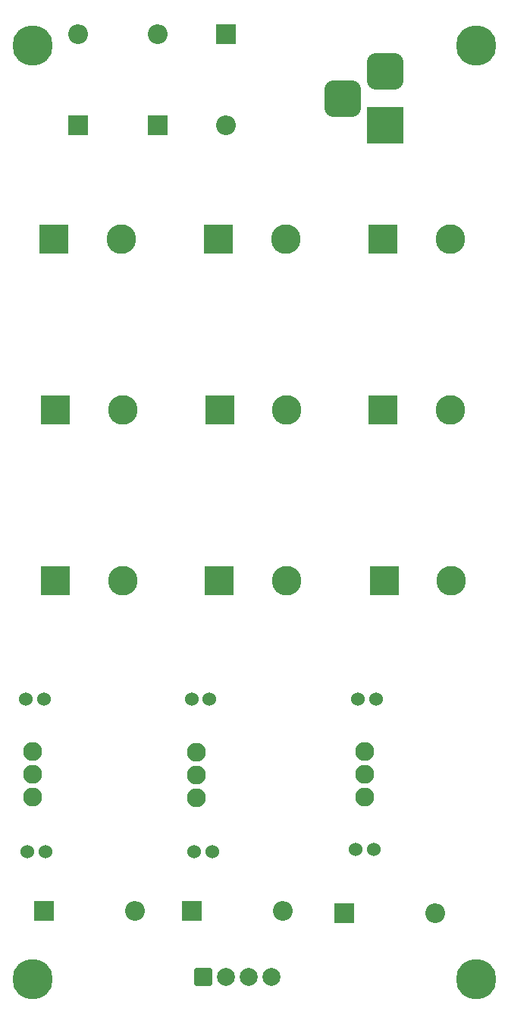
<source format=gbr>
%TF.GenerationSoftware,KiCad,Pcbnew,9.0.1*%
%TF.CreationDate,2025-05-14T12:06:16-07:00*%
%TF.ProjectId,SynthPowerSupply,53796e74-6850-46f7-9765-72537570706c,rev?*%
%TF.SameCoordinates,Original*%
%TF.FileFunction,Soldermask,Top*%
%TF.FilePolarity,Negative*%
%FSLAX46Y46*%
G04 Gerber Fmt 4.6, Leading zero omitted, Abs format (unit mm)*
G04 Created by KiCad (PCBNEW 9.0.1) date 2025-05-14 12:06:16*
%MOMM*%
%LPD*%
G01*
G04 APERTURE LIST*
G04 Aperture macros list*
%AMRoundRect*
0 Rectangle with rounded corners*
0 $1 Rounding radius*
0 $2 $3 $4 $5 $6 $7 $8 $9 X,Y pos of 4 corners*
0 Add a 4 corners polygon primitive as box body*
4,1,4,$2,$3,$4,$5,$6,$7,$8,$9,$2,$3,0*
0 Add four circle primitives for the rounded corners*
1,1,$1+$1,$2,$3*
1,1,$1+$1,$4,$5*
1,1,$1+$1,$6,$7*
1,1,$1+$1,$8,$9*
0 Add four rect primitives between the rounded corners*
20,1,$1+$1,$2,$3,$4,$5,0*
20,1,$1+$1,$4,$5,$6,$7,0*
20,1,$1+$1,$6,$7,$8,$9,0*
20,1,$1+$1,$8,$9,$2,$3,0*%
G04 Aperture macros list end*
%ADD10R,2.200000X2.200000*%
%ADD11O,2.200000X2.200000*%
%ADD12C,1.524000*%
%ADD13R,3.302000X3.302000*%
%ADD14C,3.302000*%
%ADD15C,3.100000*%
%ADD16C,4.500000*%
%ADD17C,2.108200*%
%ADD18R,4.064000X4.064000*%
%ADD19RoundRect,1.016000X-1.016000X1.016000X-1.016000X-1.016000X1.016000X-1.016000X1.016000X1.016000X0*%
%ADD20RoundRect,0.250000X-0.750000X-0.750000X0.750000X-0.750000X0.750000X0.750000X-0.750000X0.750000X0*%
%ADD21C,2.000000*%
G04 APERTURE END LIST*
D10*
%TO.C,D4*%
X64008000Y-120904000D03*
D11*
X74168000Y-120904000D03*
%TD*%
D10*
%TO.C,D2*%
X50800000Y-22860000D03*
D11*
X50800000Y-33020000D03*
%TD*%
D12*
%TO.C,C7*%
X28491401Y-97028000D03*
X30491401Y-97028000D03*
%TD*%
D13*
%TO.C,C6*%
X68402755Y-45720000D03*
D14*
X75902755Y-45720000D03*
%TD*%
D12*
%TO.C,C17*%
X47287401Y-114046000D03*
X49287401Y-114046000D03*
%TD*%
%TO.C,C8*%
X28674401Y-114006000D03*
X30674401Y-114006000D03*
%TD*%
D15*
%TO.C,REF\u002A\u002A*%
X29210000Y-24130000D03*
D16*
X29210000Y-24130000D03*
%TD*%
D12*
%TO.C,C9*%
X65575401Y-97028000D03*
X67575401Y-97028000D03*
%TD*%
D13*
%TO.C,C13*%
X50001246Y-45720000D03*
D14*
X57501246Y-45720000D03*
%TD*%
D10*
%TO.C,D1*%
X34290000Y-33020000D03*
D11*
X34290000Y-22860000D03*
%TD*%
D13*
%TO.C,C4*%
X68522755Y-83820000D03*
D14*
X76022755Y-83820000D03*
%TD*%
D15*
%TO.C,*%
X29210000Y-128270000D03*
%TD*%
D17*
%TO.C,U2*%
X66365000Y-102870000D03*
X66365000Y-105410000D03*
X66365000Y-107950000D03*
%TD*%
D12*
%TO.C,C16*%
X46990000Y-97028000D03*
X48990000Y-97028000D03*
%TD*%
D13*
%TO.C,C2*%
X31790000Y-64770000D03*
D14*
X39290000Y-64770000D03*
%TD*%
D15*
%TO.C,REF\u002A\u002A*%
X78740000Y-24130000D03*
D16*
X78740000Y-24130000D03*
%TD*%
D13*
%TO.C,C14*%
X50121246Y-64770000D03*
D14*
X57621246Y-64770000D03*
%TD*%
D15*
%TO.C,*%
X78740000Y-24130000D03*
%TD*%
D13*
%TO.C,C5*%
X68402755Y-64770000D03*
D14*
X75902755Y-64770000D03*
%TD*%
D13*
%TO.C,C15*%
X50081246Y-83820000D03*
D14*
X57581246Y-83820000D03*
%TD*%
D10*
%TO.C,D5*%
X43180000Y-33020000D03*
D11*
X43180000Y-22860000D03*
%TD*%
D17*
%TO.C,U5*%
X47530000Y-102910000D03*
X47530000Y-105450000D03*
X47530000Y-107990000D03*
%TD*%
D18*
%TO.C,J1*%
X68580000Y-33020000D03*
D19*
X68580000Y-27020000D03*
X63880000Y-30020000D03*
%TD*%
D20*
%TO.C,J2*%
X48260000Y-128016000D03*
D21*
X50800000Y-128016000D03*
X53340000Y-128016000D03*
X55880000Y-128016000D03*
%TD*%
D15*
%TO.C,*%
X29210000Y-24130000D03*
%TD*%
D10*
%TO.C,D6*%
X46990000Y-120650000D03*
D11*
X57150000Y-120650000D03*
%TD*%
D10*
%TO.C,D3*%
X30480000Y-120650000D03*
D11*
X40640000Y-120650000D03*
%TD*%
D12*
%TO.C,C10*%
X65310000Y-113792000D03*
X67310000Y-113792000D03*
%TD*%
D13*
%TO.C,C3*%
X31790000Y-83820000D03*
D14*
X39290000Y-83820000D03*
%TD*%
D13*
%TO.C,C1*%
X31630000Y-45720000D03*
D14*
X39130000Y-45720000D03*
%TD*%
D17*
%TO.C,U1*%
X29210000Y-102870000D03*
X29210000Y-105410000D03*
X29210000Y-107950000D03*
%TD*%
D15*
%TO.C,REF\u002A\u002A*%
X78740000Y-128270000D03*
D16*
X78740000Y-128270000D03*
%TD*%
D15*
%TO.C,REF\u002A\u002A*%
X29210000Y-128270000D03*
D16*
X29210000Y-128270000D03*
%TD*%
M02*

</source>
